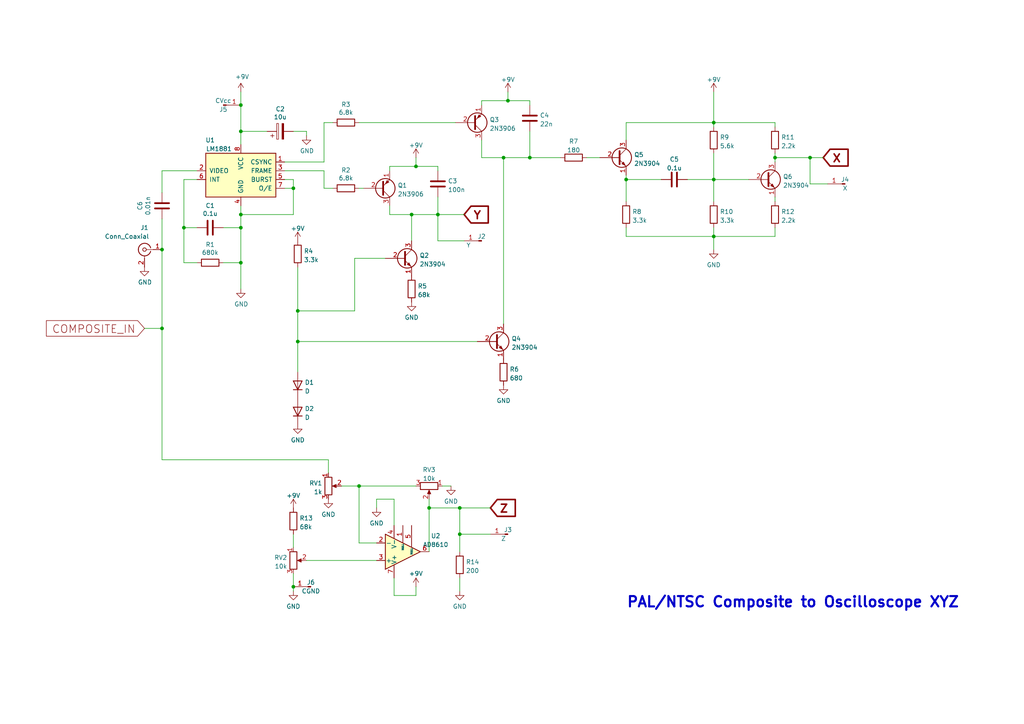
<source format=kicad_sch>
(kicad_sch (version 20211123) (generator eeschema)
  (paper "A4")
  (lib_symbols
    (symbol "Amplifier_Operational:AD8610" (pin_names (offset 0.127))
      (property "Reference" "U" (at 0 6.35 0))
      (property "Value" "AD8610" (at 0 3.81 0))
      (symbol "AD8610_0_1"
        (polyline (pts (xy -5.08 5.08) (xy 5.08 0) (xy -5.08 -5.08) (xy -5.08 5.08)) (stroke (width 0.254)) (fill (type background)))
      )
      (symbol "AD8610_1_1"
        (pin input line (at 0 -7.62 90) (length 5.08) (name "NULL") (number "1"))
        (pin input line (at -7.62 -2.54 0) (length 2.54) (name "-") (number "2"))
        (pin input line (at -7.62 2.54 0) (length 2.54) (name "+") (number "3"))
        (pin power_in line (at -2.54 -7.62 90) (length 3.81) (name "V-") (number "4"))
        (pin input line (at 2.54 -7.62 90) (length 6.35) (name "NULL") (number "5"))
        (pin output line (at 7.62 0 180) (length 2.54) (name "~") (number "6"))
        (pin power_in line (at -2.54 7.62 270) (length 3.81) (name "V+") (number "7"))
        (pin no_connect line (at 0 2.54 270) (length 2.54) hide (name "NC") (number "8"))
      )
    )
    (symbol "Connector:Conn_01x01_Male" (pin_names (offset 1.016) hide)
      (property "Reference" "J" (at 0 2.54 0))
      (property "Value" "Conn_01x01_Male" (at 0 -2.54 0))
      (symbol "Conn_01x01_Male_1_1"
        (polyline (pts (xy 1.27 0) (xy 0.8636 0)) (stroke (width 0.1524)))
        (rectangle (start 0.8636 0.127) (end 0 -0.127) (stroke (width 0.1524)) (fill (type outline)))
        (pin passive line (at 5.08 0 180) (length 3.81) (name "Pin_1") (number "1"))
      )
    )
    (symbol "Connector:Conn_Coaxial" (pin_names (offset 1.016) hide)
      (property "Reference" "J" (at 0.254 3.048 0))
      (property "Value" "Conn_Coaxial" (at 2.921 0 90))
      (symbol "Conn_Coaxial_0_1"
        (arc (start -1.778 -0.508) (mid 0.2311 -1.8066) (end 1.778 0) (stroke (width 0.254)))
        (polyline (pts (xy -2.54 0) (xy -0.508 0)))
        (polyline (pts (xy 0 -2.54) (xy 0 -1.778)))
        (circle (center 0 0) (radius 0.508) (stroke (width 0.2032)))
        (arc (start 1.778 0) (mid 0.2099 1.8101) (end -1.778 0.508) (stroke (width 0.254)))
      )
      (symbol "Conn_Coaxial_1_1"
        (pin passive line (at -5.08 0 0) (length 2.54) (name "In") (number "1"))
        (pin passive line (at 0 -5.08 90) (length 2.54) (name "Ext") (number "2"))
      )
    )
    (symbol "Device:C" (pin_numbers hide) (pin_names (offset 0.254))
      (property "Reference" "C" (at 0.635 2.54 0))
      (property "Value" "C" (at 0.635 -2.54 0))
      (symbol "C_0_1"
        (polyline (pts (xy -2.032 -0.762) (xy 2.032 -0.762)) (stroke (width 0.508)))
        (polyline (pts (xy -2.032 0.762) (xy 2.032 0.762)) (stroke (width 0.508)))
      )
      (symbol "C_1_1"
        (pin passive line (at 0 3.81 270) (length 2.794) (name "~") (number "1"))
        (pin passive line (at 0 -3.81 90) (length 2.794) (name "~") (number "2"))
      )
    )
    (symbol "Device:D" (pin_numbers hide) (pin_names (offset 1.016) hide)
      (property "Reference" "D" (at 0 2.54 0))
      (property "Value" "D" (at 0 -2.54 0))
      (symbol "D_0_1"
        (polyline (pts (xy -1.27 1.27) (xy -1.27 -1.27)) (stroke (width 0.254)))
        (polyline (pts (xy 1.27 0) (xy -1.27 0)))
        (polyline (pts (xy 1.27 1.27) (xy 1.27 -1.27) (xy -1.27 0) (xy 1.27 1.27)) (stroke (width 0.254)))
      )
      (symbol "D_1_1"
        (pin passive line (at -3.81 0 0) (length 2.54) (name "K") (number "1"))
        (pin passive line (at 3.81 0 180) (length 2.54) (name "A") (number "2"))
      )
    )
    (symbol "Device:R" (pin_numbers hide) (pin_names (offset 0))
      (property "Reference" "R" (at 2.032 0 90))
      (property "Value" "R" (at 0 0 90))
      (symbol "R_0_1"
        (rectangle (start -1.016 -2.54) (end 1.016 2.54) (stroke (width 0.254)))
      )
      (symbol "R_1_1"
        (pin passive line (at 0 3.81 270) (length 1.27) (name "~") (number "1"))
        (pin passive line (at 0 -3.81 90) (length 1.27) (name "~") (number "2"))
      )
    )
    (symbol "Device:R_Potentiometer" (pin_names (offset 1.016) hide)
      (property "Reference" "RV" (at -4.445 0 90))
      (property "Value" "R_Potentiometer" (at -2.54 0 90))
      (symbol "R_Potentiometer_0_1"
        (polyline (pts (xy 2.54 0) (xy 1.524 0)))
        (polyline (pts (xy 1.143 0) (xy 2.286 0.508) (xy 2.286 -0.508) (xy 1.143 0)) (fill (type outline)))
        (rectangle (start 1.016 2.54) (end -1.016 -2.54) (stroke (width 0.254)))
      )
      (symbol "R_Potentiometer_1_1"
        (pin passive line (at 0 3.81 270) (length 1.27) (name "1") (number "1"))
        (pin passive line (at 3.81 0 180) (length 1.27) (name "2") (number "2"))
        (pin passive line (at 0 -3.81 90) (length 1.27) (name "3") (number "3"))
      )
    )
    (symbol "Transistor_BJT:2N3904" (pin_names (offset 0) hide)
      (property "Reference" "Q" (at 5.08 1.905 0))
      (property "Value" "2N3904" (at 5.08 0 0))
      (symbol "2N3904_0_1"
        (polyline (pts (xy 0.635 0.635) (xy 2.54 2.54)))
        (polyline (pts (xy 0.635 -0.635) (xy 2.54 -2.54) (xy 2.54 -2.54)))
        (polyline (pts (xy 0.635 1.905) (xy 0.635 -1.905) (xy 0.635 -1.905)) (stroke (width 0.508)))
        (polyline (pts (xy 1.27 -1.778) (xy 1.778 -1.27) (xy 2.286 -2.286) (xy 1.27 -1.778) (xy 1.27 -1.778)) (fill (type outline)))
        (circle (center 1.27 0) (radius 2.8194) (stroke (width 0.254)))
      )
      (symbol "2N3904_1_1"
        (pin passive line (at 2.54 -5.08 90) (length 2.54) (name "E") (number "1"))
        (pin passive line (at -5.08 0 0) (length 5.715) (name "B") (number "2"))
        (pin passive line (at 2.54 5.08 270) (length 2.54) (name "C") (number "3"))
      )
    )
    (symbol "Transistor_BJT:2N3906" (pin_names (offset 0) hide)
      (property "Reference" "Q" (at 5.08 1.905 0))
      (property "Value" "2N3906" (at 5.08 0 0))
      (symbol "2N3906_0_1"
        (polyline (pts (xy 0.635 0.635) (xy 2.54 2.54)))
        (polyline (pts (xy 0.635 -0.635) (xy 2.54 -2.54) (xy 2.54 -2.54)))
        (polyline (pts (xy 0.635 1.905) (xy 0.635 -1.905) (xy 0.635 -1.905)) (stroke (width 0.508)))
        (polyline (pts (xy 2.286 -1.778) (xy 1.778 -2.286) (xy 1.27 -1.27) (xy 2.286 -1.778) (xy 2.286 -1.778)) (fill (type outline)))
        (circle (center 1.27 0) (radius 2.8194) (stroke (width 0.254)))
      )
      (symbol "2N3906_1_1"
        (pin passive line (at 2.54 -5.08 90) (length 2.54) (name "E") (number "1"))
        (pin input line (at -5.08 0 0) (length 5.715) (name "B") (number "2"))
        (pin passive line (at 2.54 5.08 270) (length 2.54) (name "C") (number "3"))
      )
    )
    (symbol "Video:LM1881" (pin_names (offset 1.016))
      (property "Reference" "U" (at -8.89 8.89 0))
      (property "Value" "LM1881" (at 6.35 8.89 0))
      (symbol "LM1881_0_1"
        (rectangle (start -10.16 7.62) (end 10.16 -5.08) (stroke (width 0.254)) (fill (type background)))
      )
      (symbol "LM1881_1_1"
        (pin output line (at 12.7 5.08 180) (length 2.54) (name "CSYNC") (number "1"))
        (pin input line (at -12.7 2.54 0) (length 2.54) (name "VIDEO") (number "2"))
        (pin output line (at 12.7 2.54 180) (length 2.54) (name "FRAME") (number "3"))
        (pin power_in line (at 0 -7.62 90) (length 2.54) (name "GND") (number "4"))
        (pin output line (at 12.7 0 180) (length 2.54) (name "BURST") (number "5"))
        (pin input line (at -12.7 0 0) (length 2.54) (name "INT") (number "6"))
        (pin output line (at 12.7 -2.54 180) (length 2.54) (name "O/E") (number "7"))
        (pin power_in line (at 0 10.16 270) (length 2.54) (name "VCC") (number "8"))
      )
    )
    (symbol "palscope-rescue:CP-Device" (pin_numbers hide) (pin_names (offset 0.254))
      (property "Reference" "C" (at 0.635 2.54 0))
      (property "Value" "CP-Device" (at 0.635 -2.54 0))
      (symbol "CP-Device_0_1"
        (rectangle (start -2.286 0.508) (end 2.286 1.016))
        (polyline (pts (xy -1.778 2.286) (xy -0.762 2.286)))
        (polyline (pts (xy -1.27 2.794) (xy -1.27 1.778)))
        (rectangle (start 2.286 -0.508) (end -2.286 -1.016) (fill (type outline)))
      )
      (symbol "CP-Device_1_1"
        (pin passive line (at 0 3.81 270) (length 2.794) (name "~") (number "1"))
        (pin passive line (at 0 -3.81 90) (length 2.794) (name "~") (number "2"))
      )
    )
    (symbol "power:+9V" (power) (pin_names (offset 0))
      (property "Value" "+9V" (at 0 3.556 0))
      (symbol "+9V_0_1"
        (polyline (pts (xy -0.762 1.27) (xy 0 2.54)))
        (polyline (pts (xy 0 0) (xy 0 2.54)))
        (polyline (pts (xy 0 2.54) (xy 0.762 1.27)))
      )
      (symbol "+9V_1_1"
        (pin power_in line (at 0 0 90) (length 0) hide (name "+9V") (number "1"))
      )
    )
    (symbol "power:GND" (power) (pin_names (offset 0))
      (property "Value" "GND" (at 0 -3.81 0))
      (symbol "GND_0_1"
        (polyline (pts (xy 0 0) (xy 0 -1.27) (xy 1.27 -1.27) (xy 0 -2.54) (xy -1.27 -1.27) (xy 0 -1.27)))
      )
      (symbol "GND_1_1"
        (pin power_in line (at 0 0 270) (length 0) hide (name "GND") (number "1"))
      )
    )
  )
  (junction (at 69.85 38.1))
  (junction (at 133.35 154.94))
  (junction (at 207.01 35.56))
  (junction (at 85.09 170.18))
  (junction (at 120.65 48.26))
  (junction (at 69.85 30.48))
  (junction (at 53.34 66.04))
  (junction (at 46.99 95.25))
  (junction (at 69.85 62.23))
  (junction (at 207.01 68.58))
  (junction (at 86.36 99.06))
  (junction (at 234.95 45.72))
  (junction (at 46.99 72.39))
  (junction (at 85.09 54.61))
  (junction (at 207.01 52.07))
  (junction (at 224.79 45.72))
  (junction (at 181.61 52.07))
  (junction (at 124.46 147.32))
  (junction (at 69.85 66.04))
  (junction (at 104.14 140.97))
  (junction (at 86.36 90.17))
  (junction (at 133.35 147.32))
  (junction (at 153.67 45.72))
  (junction (at 119.38 62.23))
  (junction (at 69.85 76.2))
  (junction (at 127 62.23))
  (junction (at 147.32 29.21))
  (junction (at 146.05 45.72))
  (wire (pts (xy 46.99 133.35) (xy 95.25 133.35)))
  (wire (pts (xy 85.09 52.07) (xy 85.09 54.61)))
  (wire (pts (xy 120.65 172.72) (xy 120.65 170.18)))
  (wire (pts (xy 207.01 68.58) (xy 207.01 66.04)))
  (wire (pts (xy 224.79 45.72) (xy 234.95 45.72)))
  (wire (pts (xy 85.09 62.23) (xy 69.85 62.23)))
  (wire (pts (xy 224.79 35.56) (xy 224.79 36.83)))
  (wire (pts (xy 234.95 53.34) (xy 234.95 45.72)))
  (wire (pts (xy 46.99 63.5) (xy 46.99 72.39)))
  (wire (pts (xy 85.09 170.18) (xy 85.09 171.45)))
  (wire (pts (xy 93.98 54.61) (xy 93.98 49.53)))
  (wire (pts (xy 127 62.23) (xy 134.62 62.23)))
  (wire (pts (xy 146.05 45.72) (xy 146.05 93.98)))
  (wire (pts (xy 99.06 140.97) (xy 104.14 140.97)))
  (wire (pts (xy 46.99 95.25) (xy 46.99 133.35)))
  (wire (pts (xy 104.14 140.97) (xy 120.65 140.97)))
  (wire (pts (xy 113.03 48.26) (xy 120.65 48.26)))
  (wire (pts (xy 102.87 74.93) (xy 111.76 74.93)))
  (wire (pts (xy 114.3 172.72) (xy 114.3 167.64)))
  (wire (pts (xy 139.7 45.72) (xy 146.05 45.72)))
  (wire (pts (xy 69.85 83.82) (xy 69.85 76.2)))
  (wire (pts (xy 96.52 54.61) (xy 93.98 54.61)))
  (wire (pts (xy 64.77 66.04) (xy 69.85 66.04)))
  (wire (pts (xy 139.7 30.48) (xy 139.7 29.21)))
  (wire (pts (xy 82.55 54.61) (xy 85.09 54.61)))
  (wire (pts (xy 86.36 90.17) (xy 102.87 90.17)))
  (wire (pts (xy 41.91 95.25) (xy 46.99 95.25)))
  (wire (pts (xy 181.61 35.56) (xy 207.01 35.56)))
  (wire (pts (xy 53.34 52.07) (xy 53.34 66.04)))
  (wire (pts (xy 181.61 40.64) (xy 181.61 35.56)))
  (wire (pts (xy 105.41 54.61) (xy 104.14 54.61)))
  (wire (pts (xy 57.15 66.04) (xy 53.34 66.04)))
  (wire (pts (xy 57.15 49.53) (xy 46.99 49.53)))
  (wire (pts (xy 181.61 50.8) (xy 181.61 52.07)))
  (wire (pts (xy 85.09 166.37) (xy 85.09 170.18)))
  (wire (pts (xy 224.79 66.04) (xy 224.79 68.58)))
  (wire (pts (xy 224.79 45.72) (xy 224.79 46.99)))
  (wire (pts (xy 104.14 35.56) (xy 132.08 35.56)))
  (wire (pts (xy 82.55 49.53) (xy 93.98 49.53)))
  (wire (pts (xy 104.14 157.48) (xy 104.14 140.97)))
  (wire (pts (xy 127 48.26) (xy 127 49.53)))
  (wire (pts (xy 147.32 26.67) (xy 147.32 29.21)))
  (wire (pts (xy 240.03 53.34) (xy 234.95 53.34)))
  (wire (pts (xy 53.34 66.04) (xy 53.34 76.2)))
  (wire (pts (xy 114.3 152.4) (xy 114.3 144.78)))
  (wire (pts (xy 113.03 62.23) (xy 119.38 62.23)))
  (wire (pts (xy 102.87 90.17) (xy 102.87 74.93)))
  (wire (pts (xy 120.65 172.72) (xy 114.3 172.72)))
  (wire (pts (xy 95.25 133.35) (xy 95.25 137.16)))
  (wire (pts (xy 124.46 144.78) (xy 124.46 147.32)))
  (wire (pts (xy 207.01 26.67) (xy 207.01 35.56)))
  (wire (pts (xy 133.35 147.32) (xy 142.24 147.32)))
  (wire (pts (xy 170.18 45.72) (xy 173.99 45.72)))
  (wire (pts (xy 113.03 49.53) (xy 113.03 48.26)))
  (wire (pts (xy 82.55 52.07) (xy 85.09 52.07)))
  (wire (pts (xy 207.01 52.07) (xy 217.17 52.07)))
  (wire (pts (xy 142.24 154.94) (xy 133.35 154.94)))
  (wire (pts (xy 69.85 38.1) (xy 77.47 38.1)))
  (wire (pts (xy 69.85 76.2) (xy 69.85 66.04)))
  (wire (pts (xy 69.85 30.48) (xy 69.85 38.1)))
  (wire (pts (xy 127 69.85) (xy 127 62.23)))
  (wire (pts (xy 139.7 29.21) (xy 147.32 29.21)))
  (wire (pts (xy 127 62.23) (xy 127 57.15)))
  (wire (pts (xy 88.9 38.1) (xy 88.9 39.37)))
  (wire (pts (xy 133.35 154.94) (xy 133.35 147.32)))
  (wire (pts (xy 46.99 72.39) (xy 46.99 95.25)))
  (wire (pts (xy 69.85 59.69) (xy 69.85 62.23)))
  (wire (pts (xy 207.01 44.45) (xy 207.01 52.07)))
  (wire (pts (xy 93.98 46.99) (xy 93.98 35.56)))
  (wire (pts (xy 134.62 69.85) (xy 127 69.85)))
  (wire (pts (xy 207.01 68.58) (xy 207.01 72.39)))
  (wire (pts (xy 147.32 29.21) (xy 153.67 29.21)))
  (wire (pts (xy 85.09 38.1) (xy 88.9 38.1)))
  (wire (pts (xy 69.85 26.67) (xy 69.85 30.48)))
  (wire (pts (xy 207.01 52.07) (xy 207.01 58.42)))
  (wire (pts (xy 124.46 147.32) (xy 124.46 160.02)))
  (wire (pts (xy 128.27 140.97) (xy 130.81 140.97)))
  (wire (pts (xy 119.38 62.23) (xy 119.38 69.85)))
  (wire (pts (xy 53.34 76.2) (xy 57.15 76.2)))
  (wire (pts (xy 153.67 29.21) (xy 153.67 30.48)))
  (wire (pts (xy 146.05 45.72) (xy 153.67 45.72)))
  (wire (pts (xy 207.01 35.56) (xy 224.79 35.56)))
  (wire (pts (xy 114.3 144.78) (xy 109.22 144.78)))
  (wire (pts (xy 224.79 44.45) (xy 224.79 45.72)))
  (wire (pts (xy 96.52 35.56) (xy 93.98 35.56)))
  (wire (pts (xy 119.38 62.23) (xy 127 62.23)))
  (wire (pts (xy 85.09 54.61) (xy 85.09 62.23)))
  (wire (pts (xy 69.85 62.23) (xy 69.85 66.04)))
  (wire (pts (xy 69.85 41.91) (xy 69.85 38.1)))
  (wire (pts (xy 133.35 154.94) (xy 133.35 160.02)))
  (wire (pts (xy 133.35 167.64) (xy 133.35 171.45)))
  (wire (pts (xy 224.79 58.42) (xy 224.79 57.15)))
  (wire (pts (xy 181.61 68.58) (xy 181.61 66.04)))
  (wire (pts (xy 53.34 52.07) (xy 57.15 52.07)))
  (wire (pts (xy 124.46 147.32) (xy 133.35 147.32)))
  (wire (pts (xy 199.39 52.07) (xy 207.01 52.07)))
  (wire (pts (xy 113.03 59.69) (xy 113.03 62.23)))
  (wire (pts (xy 153.67 45.72) (xy 153.67 38.1)))
  (wire (pts (xy 88.9 162.56) (xy 109.22 162.56)))
  (wire (pts (xy 181.61 52.07) (xy 191.77 52.07)))
  (wire (pts (xy 224.79 68.58) (xy 207.01 68.58)))
  (wire (pts (xy 46.99 49.53) (xy 46.99 55.88)))
  (wire (pts (xy 86.36 77.47) (xy 86.36 90.17)))
  (wire (pts (xy 109.22 144.78) (xy 109.22 147.32)))
  (wire (pts (xy 109.22 157.48) (xy 104.14 157.48)))
  (wire (pts (xy 64.77 76.2) (xy 69.85 76.2)))
  (wire (pts (xy 85.09 154.94) (xy 85.09 158.75)))
  (wire (pts (xy 86.36 99.06) (xy 138.43 99.06)))
  (wire (pts (xy 82.55 46.99) (xy 93.98 46.99)))
  (wire (pts (xy 120.65 45.72) (xy 120.65 48.26)))
  (wire (pts (xy 86.36 90.17) (xy 86.36 99.06)))
  (wire (pts (xy 139.7 45.72) (xy 139.7 40.64)))
  (wire (pts (xy 181.61 52.07) (xy 181.61 58.42)))
  (wire (pts (xy 120.65 48.26) (xy 127 48.26)))
  (wire (pts (xy 207.01 35.56) (xy 207.01 36.83)))
  (wire (pts (xy 86.36 99.06) (xy 86.36 107.95)))
  (wire (pts (xy 207.01 68.58) (xy 181.61 68.58)))
  (wire (pts (xy 234.95 45.72) (xy 238.76 45.72)))
  (wire (pts (xy 153.67 45.72) (xy 162.56 45.72)))
  (text "PAL/NTSC Composite to Oscilloscope XYZ\n" (at 181.61 176.53 0) (effects (font (size 3 3) bold) (justify left bottom)))
  (global_label "COMPOSITE_IN" (shape input) (at 41.91 95.25 180) (effects (font (size 2.27 2.27))) (property "Intersheet References" "${INTERSHEET_REFS}" (effects hide)))
  (global_label "X" (shape input) (at 238.76 45.72 0) (effects (font (size 2.27 2.27) (thickness 0.454) bold)) (property "Intersheet References" "${INTERSHEET_REFS}" (effects hide)))
  (global_label "Z" (shape input) (at 142.24 147.32 0) (effects (font (size 2.27 2.27) bold)) (property "Intersheet References" "${INTERSHEET_REFS}" (effects hide)))
  (global_label "Y" (shape input) (at 134.62 62.23 0) (effects (font (size 2.27 2.27) (thickness 0.454) bold)) (property "Intersheet References" "${INTERSHEET_REFS}" (effects hide)))
  (symbol (lib_id "Video:LM1881") (at 69.85 52.07 0) (unit 1)
    (property "Reference" "U1" (at 60.96 40.64 0))
    (property "Value" "LM1881" (at 63.5 43.18 0))
    (property "Footprint" "Package_DIP:DIP-8_W7.62mm" (effects hide))
  )
  (symbol (lib_id "power:+9V") (at 69.85 26.67 0) (unit 1)
    (property "Reference" "#PWR01" (effects hide))
    (property "Value" "+9V" (at 70.231 22.2758 0))
  )
  (symbol (lib_id "power:GND") (at 69.85 83.82 0) (unit 1)
    (property "Reference" "#PWR02" (effects hide))
    (property "Value" "GND" (at 69.977 88.2142 0))
  )
  (symbol (lib_id "Device:C") (at 60.96 66.04 270) (unit 1)
    (property "Reference" "C1" (at 60.96 59.6392 90))
    (property "Value" "0.1u" (at 60.96 61.9506 90))
    (property "Footprint" "Capacitor_THT:C_Disc_D3.0mm_W1.6mm_P2.50mm" (effects hide))
  )
  (symbol (lib_id "Device:R") (at 60.96 76.2 270) (unit 1)
    (property "Reference" "R1" (at 60.96 70.9422 90))
    (property "Value" "680k" (at 60.96 73.2536 90))
    (property "Footprint" "Resistor_THT:R_Axial_DIN0204_L3.6mm_D1.6mm_P2.54mm_Vertical" (effects hide))
  )
  (symbol (lib_id "palscope-rescue:CP-Device") (at 81.28 38.1 90) (unit 1)
    (property "Reference" "C2" (at 81.28 31.623 90))
    (property "Value" "10u" (at 81.28 33.9344 90))
    (property "Footprint" "Capacitor_THT:CP_Radial_D5.0mm_P2.50mm" (effects hide))
  )
  (symbol (lib_id "power:GND") (at 88.9 39.37 0) (unit 1)
    (property "Reference" "#PWR03" (effects hide))
    (property "Value" "GND" (at 89.027 43.7642 0))
  )
  (symbol (lib_id "Device:R") (at 100.33 35.56 270) (unit 1)
    (property "Reference" "R3" (at 100.33 30.3022 90))
    (property "Value" "6.8k" (at 100.33 32.6136 90))
    (property "Footprint" "Resistor_THT:R_Axial_DIN0204_L3.6mm_D1.6mm_P2.54mm_Vertical" (effects hide))
  )
  (symbol (lib_id "Device:R") (at 100.33 54.61 270) (unit 1)
    (property "Reference" "R2" (at 100.33 49.3522 90))
    (property "Value" "6.8k" (at 100.33 51.6636 90))
    (property "Footprint" "Resistor_THT:R_Axial_DIN0204_L3.6mm_D1.6mm_P2.54mm_Vertical" (effects hide))
  )
  (symbol (lib_id "Connector:Conn_01x01_Male") (at 90.17 170.18 180) (unit 1)
    (property "Reference" "J6" (at 90.17 168.91 0))
    (property "Value" "CGND" (at 90.17 171.45 0))
    (property "Footprint" "Connector_PinHeader_2.54mm:PinHeader_1x01_P2.54mm_Vertical" (effects hide))
  )
  (symbol (lib_id "power:GND") (at 146.05 111.76 0) (unit 1)
    (property "Reference" "#PWR08" (effects hide))
    (property "Value" "GND" (at 146.05 116.2034 0))
  )
  (symbol (lib_id "power:GND") (at 133.35 171.45 0) (unit 1)
    (property "Reference" "#PWR0102" (effects hide))
    (property "Value" "GND" (at 133.35 175.8934 0))
  )
  (symbol (lib_id "Device:R") (at 207.01 40.64 0) (unit 1)
    (property "Reference" "R9" (at 208.788 39.8053 0) (effects (justify left)))
    (property "Value" "5.6k" (at 208.788 42.3422 0) (effects (justify left)))
    (property "Footprint" "Resistor_THT:R_Axial_DIN0204_L3.6mm_D1.6mm_P2.54mm_Vertical" (effects hide))
  )
  (symbol (lib_id "Device:R_Potentiometer") (at 85.09 162.56 0) (unit 1)
    (property "Reference" "RV2" (at 83.3121 161.7253 0) (effects (justify right)))
    (property "Value" "10k" (at 83.3121 164.2622 0) (effects (justify right)))
    (property "Footprint" "thlc:Potentiometer_Bourns_3386F_Vertical_copy" (effects hide))
  )
  (symbol (lib_id "Transistor_BJT:2N3906") (at 110.49 54.61 0) (mirror x) (unit 1)
    (property "Reference" "Q1" (at 115.3414 53.7753 0) (effects (justify left)))
    (property "Value" "2N3906" (at 115.3414 56.3122 0) (effects (justify left)))
    (property "Footprint" "Package_TO_SOT_THT:TO-92_Inline_Wide" (effects hide))
    (property "Datasheet" "https://www.onsemi.com/pub/Collateral/2N3906-D.PDF" (effects hide))
  )
  (symbol (lib_id "Device:R") (at 146.05 107.95 180) (unit 1)
    (property "Reference" "R6" (at 147.828 107.1153 0) (effects (justify right)))
    (property "Value" "680" (at 147.828 109.6522 0) (effects (justify right)))
    (property "Footprint" "Resistor_THT:R_Axial_DIN0204_L3.6mm_D1.6mm_P2.54mm_Vertical" (effects hide))
  )
  (symbol (lib_id "Device:R") (at 224.79 40.64 0) (unit 1)
    (property "Reference" "R11" (at 226.568 39.8053 0) (effects (justify left)))
    (property "Value" "2.2k" (at 226.568 42.3422 0) (effects (justify left)))
    (property "Footprint" "Resistor_THT:R_Axial_DIN0204_L3.6mm_D1.6mm_P2.54mm_Vertical" (effects hide))
  )
  (symbol (lib_id "power:GND") (at 207.01 72.39 0) (unit 1)
    (property "Reference" "#PWR011" (effects hide))
    (property "Value" "GND" (at 207.01 76.8334 0))
  )
  (symbol (lib_id "power:GND") (at 109.22 147.32 0) (unit 1)
    (property "Reference" "#PWR0104" (effects hide))
    (property "Value" "GND" (at 109.22 151.7634 0))
  )
  (symbol (lib_id "power:+9V") (at 120.65 170.18 0) (unit 1)
    (property "Reference" "#PWR0103" (effects hide))
    (property "Value" "+9V" (at 120.65 166.37 0))
  )
  (symbol (lib_id "power:GND") (at 41.91 77.47 0) (unit 1)
    (property "Reference" "#PWR015" (effects hide))
    (property "Value" "GND" (at 42.037 81.8642 0))
  )
  (symbol (lib_id "Device:R") (at 166.37 45.72 90) (unit 1)
    (property "Reference" "R7" (at 166.37 41.0042 90))
    (property "Value" "180" (at 166.37 43.5411 90))
    (property "Footprint" "Resistor_THT:R_Axial_DIN0204_L3.6mm_D1.6mm_P2.54mm_Vertical" (effects hide))
  )
  (symbol (lib_id "Transistor_BJT:2N3904") (at 116.84 74.93 0) (unit 1)
    (property "Reference" "Q2" (at 121.6914 74.0953 0) (effects (justify left)))
    (property "Value" "2N3904" (at 121.6914 76.6322 0) (effects (justify left)))
    (property "Footprint" "Package_TO_SOT_THT:TO-92_Inline_Wide" (effects hide))
    (property "Datasheet" "https://www.onsemi.com/pub/Collateral/2N3903-D.PDF" (effects hide))
  )
  (symbol (lib_id "power:GND") (at 85.09 171.45 0) (unit 1)
    (property "Reference" "#PWR014" (effects hide))
    (property "Value" "GND" (at 85.09 175.8934 0))
  )
  (symbol (lib_id "Device:R") (at 181.61 62.23 0) (unit 1)
    (property "Reference" "R8" (at 183.388 61.3953 0) (effects (justify left)))
    (property "Value" "3.3k" (at 183.388 63.9322 0) (effects (justify left)))
    (property "Footprint" "Resistor_THT:R_Axial_DIN0204_L3.6mm_D1.6mm_P2.54mm_Vertical" (effects hide))
  )
  (symbol (lib_id "Connector:Conn_01x01_Male") (at 139.7 69.85 180) (unit 1)
    (property "Reference" "J2" (at 139.7 68.58 0))
    (property "Value" "Y" (at 135.89 71.12 0))
    (property "Footprint" "Connector_PinHeader_2.54mm:PinHeader_1x01_P2.54mm_Vertical" (effects hide))
  )
  (symbol (lib_id "Device:C") (at 46.99 59.69 0) (unit 1)
    (property "Reference" "C6" (at 40.5892 59.69 90))
    (property "Value" "0.01n" (at 42.9006 59.69 90))
    (property "Footprint" "Capacitor_THT:C_Disc_D3.0mm_W1.6mm_P2.50mm" (effects hide))
  )
  (symbol (lib_id "power:GND") (at 95.25 144.78 0) (unit 1)
    (property "Reference" "#PWR0101" (effects hide))
    (property "Value" "GND" (at 95.25 149.2234 0))
  )
  (symbol (lib_id "power:GND") (at 86.36 123.19 0) (unit 1)
    (property "Reference" "#PWR05" (effects hide))
    (property "Value" "GND" (at 86.36 127.6334 0))
  )
  (symbol (lib_id "Device:D") (at 86.36 111.76 90) (unit 1)
    (property "Reference" "D1" (at 88.392 110.9253 90) (effects (justify right)))
    (property "Value" "D" (at 88.392 113.4622 90) (effects (justify right)))
    (property "Footprint" "Diode_THT:D_A-405_P2.54mm_Vertical_AnodeUp" (effects hide))
  )
  (symbol (lib_id "Transistor_BJT:2N3904") (at 222.25 52.07 0) (unit 1)
    (property "Reference" "Q6" (at 227.1014 51.2353 0) (effects (justify left)))
    (property "Value" "2N3904" (at 227.1014 53.7722 0) (effects (justify left)))
    (property "Footprint" "Package_TO_SOT_THT:TO-92_Inline_Wide" (effects hide))
    (property "Datasheet" "https://www.onsemi.com/pub/Collateral/2N3903-D.PDF" (effects hide))
  )
  (symbol (lib_id "power:+9V") (at 120.65 45.72 0) (unit 1)
    (property "Reference" "#PWR07" (effects hide))
    (property "Value" "+9V" (at 120.65 42.1442 0))
  )
  (symbol (lib_id "power:GND") (at 130.81 140.97 0) (unit 1)
    (property "Reference" "#PWR0105" (effects hide))
    (property "Value" "GND" (at 130.81 145.4134 0))
  )
  (symbol (lib_id "Connector:Conn_01x01_Male") (at 147.32 154.94 180) (unit 1)
    (property "Reference" "J3" (at 147.32 153.67 0))
    (property "Value" "Z" (at 146.05 156.21 0))
    (property "Footprint" "Connector_PinHeader_2.54mm:PinHeader_1x01_P2.54mm_Vertical" (effects hide))
  )
  (symbol (lib_id "power:GND") (at 119.38 87.63 0) (unit 1)
    (property "Reference" "#PWR06" (effects hide))
    (property "Value" "GND" (at 119.38 92.0734 0))
  )
  (symbol (lib_id "Device:R_Potentiometer") (at 124.46 140.97 270) (unit 1)
    (property "Reference" "RV3" (at 124.46 136.2542 90))
    (property "Value" "10k" (at 124.46 138.7911 90))
    (property "Footprint" "thlc:Potentiometer_Bourns_3386F_Vertical_copy" (effects hide))
  )
  (symbol (lib_id "Transistor_BJT:2N3904") (at 179.07 45.72 0) (unit 1)
    (property "Reference" "Q5" (at 183.9214 44.8853 0) (effects (justify left)))
    (property "Value" "2N3904" (at 183.9214 47.4222 0) (effects (justify left)))
    (property "Footprint" "Package_TO_SOT_THT:TO-92_Inline_Wide" (effects hide))
    (property "Datasheet" "https://www.onsemi.com/pub/Collateral/2N3903-D.PDF" (effects hide))
  )
  (symbol (lib_id "Device:D") (at 86.36 119.38 90) (unit 1)
    (property "Reference" "D2" (at 88.392 118.5453 90) (effects (justify right)))
    (property "Value" "D" (at 88.392 121.0822 90) (effects (justify right)))
    (property "Footprint" "Diode_THT:D_A-405_P2.54mm_Vertical_AnodeUp" (effects hide))
  )
  (symbol (lib_id "Device:R_Potentiometer") (at 95.25 140.97 0) (unit 1)
    (property "Reference" "RV1" (at 93.4721 140.1353 0) (effects (justify right)))
    (property "Value" "1k" (at 93.4721 142.6722 0) (effects (justify right)))
    (property "Footprint" "thlc:Potentiometer_Bourns_3386F_Vertical_copy" (effects hide))
  )
  (symbol (lib_id "Device:R") (at 86.36 73.66 0) (unit 1)
    (property "Reference" "R4" (at 88.138 72.8253 0) (effects (justify left)))
    (property "Value" "3.3k" (at 88.138 75.3622 0) (effects (justify left)))
    (property "Footprint" "Resistor_THT:R_Axial_DIN0204_L3.6mm_D1.6mm_P2.54mm_Vertical" (effects hide))
  )
  (symbol (lib_id "Device:R") (at 85.09 151.13 180) (unit 1)
    (property "Reference" "R13" (at 86.868 150.2953 0) (effects (justify right)))
    (property "Value" "68k" (at 86.868 152.8322 0) (effects (justify right)))
    (property "Footprint" "Resistor_THT:R_Axial_DIN0204_L3.6mm_D1.6mm_P2.54mm_Vertical" (effects hide))
  )
  (symbol (lib_id "Device:R") (at 119.38 83.82 180) (unit 1)
    (property "Reference" "R5" (at 121.158 82.9853 0) (effects (justify right)))
    (property "Value" "68k" (at 121.158 85.5222 0) (effects (justify right)))
    (property "Footprint" "Resistor_THT:R_Axial_DIN0204_L3.6mm_D1.6mm_P2.54mm_Vertical" (effects hide))
  )
  (symbol (lib_id "Device:C") (at 153.67 34.29 0) (unit 1)
    (property "Reference" "C4" (at 156.591 33.4553 0) (effects (justify left)))
    (property "Value" "22n" (at 156.591 35.9922 0) (effects (justify left)))
    (property "Footprint" "Capacitor_THT:C_Disc_D3.0mm_W1.6mm_P2.50mm" (effects hide))
  )
  (symbol (lib_id "Transistor_BJT:2N3904") (at 143.51 99.06 0) (unit 1)
    (property "Reference" "Q4" (at 148.3614 98.2253 0) (effects (justify left)))
    (property "Value" "2N3904" (at 148.3614 100.7622 0) (effects (justify left)))
    (property "Footprint" "Package_TO_SOT_THT:TO-92_Inline_Wide" (effects hide))
    (property "Datasheet" "https://www.onsemi.com/pub/Collateral/2N3903-D.PDF" (effects hide))
  )
  (symbol (lib_id "power:+9V") (at 207.01 26.67 0) (unit 1)
    (property "Reference" "#PWR010" (effects hide))
    (property "Value" "+9V" (at 207.01 23.0942 0))
  )
  (symbol (lib_id "Connector:Conn_01x01_Male") (at 245.11 53.34 180) (unit 1)
    (property "Reference" "J4" (at 245.11 52.07 0))
    (property "Value" "X" (at 245.11 54.61 0))
    (property "Footprint" "Connector_PinHeader_2.54mm:PinHeader_1x01_P2.54mm_Vertical" (effects hide))
  )
  (symbol (lib_id "power:+9V") (at 147.32 26.67 0) (unit 1)
    (property "Reference" "#PWR09" (effects hide))
    (property "Value" "+9V" (at 147.32 23.0942 0))
  )
  (symbol (lib_id "Device:C") (at 127 53.34 0) (unit 1)
    (property "Reference" "C3" (at 129.921 52.5053 0) (effects (justify left)))
    (property "Value" "100n" (at 129.921 55.0422 0) (effects (justify left)))
    (property "Footprint" "Capacitor_THT:C_Disc_D3.0mm_W1.6mm_P2.50mm" (effects hide))
  )
  (symbol (lib_id "Device:R") (at 133.35 163.83 0) (unit 1)
    (property "Reference" "R14" (at 135.128 162.9953 0) (effects (justify left)))
    (property "Value" "200" (at 135.128 165.5322 0) (effects (justify left)))
    (property "Footprint" "Resistor_THT:R_Axial_DIN0204_L3.6mm_D1.6mm_P2.54mm_Vertical" (effects hide))
  )
  (symbol (lib_id "Amplifier_Operational:AD8610") (at 116.84 160.02 0) (mirror x) (unit 1)
    (property "Reference" "U2" (at 126.3597 155.4311 0))
    (property "Value" "AD8610" (at 126.3597 157.968 0))
    (property "Footprint" "Package_DIP:DIP-8_W7.62mm_Socket" (effects hide))
    (property "Datasheet" "https://www.analog.com/media/en/technical-documentation/data-sheets/AD8610_8620.pdf" (effects hide))
  )
  (symbol (lib_id "power:+9V") (at 86.36 69.85 0) (unit 1)
    (property "Reference" "#PWR04" (effects hide))
    (property "Value" "+9V" (at 86.36 66.2742 0))
  )
  (symbol (lib_id "Transistor_BJT:2N3906") (at 137.16 35.56 0) (mirror x) (unit 1)
    (property "Reference" "Q3" (at 142.0114 34.7253 0) (effects (justify left)))
    (property "Value" "2N3906" (at 142.0114 37.2622 0) (effects (justify left)))
    (property "Footprint" "Package_TO_SOT_THT:TO-92_Inline_Wide" (effects hide))
    (property "Datasheet" "https://www.onsemi.com/pub/Collateral/2N3906-D.PDF" (effects hide))
  )
  (symbol (lib_id "Connector:Conn_Coaxial") (at 41.91 72.39 0) (mirror y) (unit 1)
    (property "Reference" "J1" (at 41.91 66.04 0))
    (property "Value" "Conn_Coaxial" (at 36.83 68.58 0))
    (property "Footprint" "Connector_Coaxial:MMCX_Molex_73415-0961_Horizontal_0.8mm-PCB" (effects hide))
    (property "Datasheet" " ~" (effects hide))
  )
  (symbol (lib_id "Connector:Conn_01x01_Male") (at 64.77 30.48 0) (unit 1)
    (property "Reference" "J5" (at 64.77 31.75 0))
    (property "Value" "CVcc" (at 64.77 29.21 0))
    (property "Footprint" "Connector_PinHeader_2.54mm:PinHeader_1x01_P2.54mm_Vertical" (effects hide))
  )
  (symbol (lib_id "Device:C") (at 195.58 52.07 90) (unit 1)
    (property "Reference" "C5" (at 195.58 46.2112 90))
    (property "Value" "0.1u" (at 195.58 48.7481 90))
    (property "Footprint" "Capacitor_THT:C_Disc_D3.0mm_W1.6mm_P2.50mm" (effects hide))
  )
  (symbol (lib_id "Device:R") (at 207.01 62.23 0) (unit 1)
    (property "Reference" "R10" (at 208.788 61.3953 0) (effects (justify left)))
    (property "Value" "3.3k" (at 208.788 63.9322 0) (effects (justify left)))
    (property "Footprint" "Resistor_THT:R_Axial_DIN0204_L3.6mm_D1.6mm_P2.54mm_Vertical" (effects hide))
  )
  (symbol (lib_id "power:+9V") (at 85.09 147.32 0) (unit 1)
    (property "Reference" "#PWR013" (effects hide))
    (property "Value" "+9V" (at 85.09 143.7442 0))
  )
  (symbol (lib_id "Device:R") (at 224.79 62.23 0) (unit 1)
    (property "Reference" "R12" (at 226.568 61.3953 0) (effects (justify left)))
    (property "Value" "2.2k" (at 226.568 63.9322 0) (effects (justify left)))
    (property "Footprint" "Resistor_THT:R_Axial_DIN0204_L3.6mm_D1.6mm_P2.54mm_Vertical" (effects hide))
  )
)
</source>
